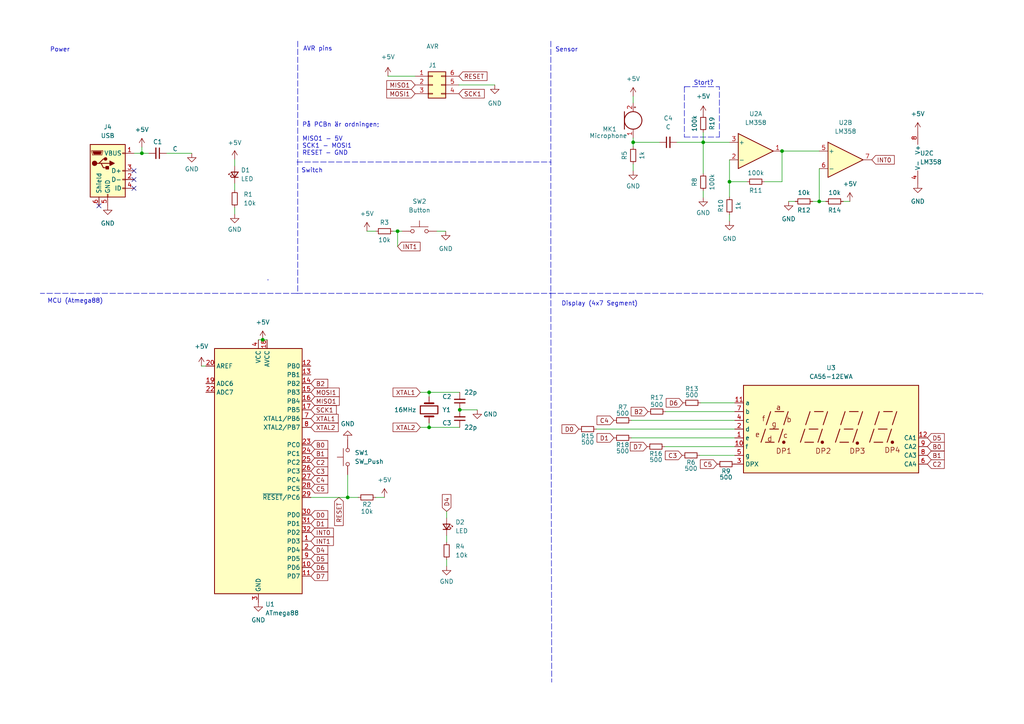
<source format=kicad_sch>
(kicad_sch (version 20211123) (generator eeschema)
  (paper "A4")
  (lib_symbols
    (symbol "Amplifier_Operational:LM358" (pin_names (offset 0.127))
      (property "Reference" "U" (at 0 5.08 0))
      (property "Value" "LM358" (at 0 -5.08 0))
      (symbol "LM358_1_1"
        (polyline (pts (xy -5.08 5.08) (xy 5.08 0) (xy -5.08 -5.08) (xy -5.08 5.08)) (stroke (width 0.254)) (fill (type background)))
        (pin output line (at 7.62 0 180) (length 2.54) (name "~") (number "1"))
        (pin input line (at -7.62 -2.54 0) (length 2.54) (name "-") (number "2"))
        (pin input line (at -7.62 2.54 0) (length 2.54) (name "+") (number "3"))
      )
      (symbol "LM358_2_1"
        (polyline (pts (xy -5.08 5.08) (xy 5.08 0) (xy -5.08 -5.08) (xy -5.08 5.08)) (stroke (width 0.254)) (fill (type background)))
        (pin input line (at -7.62 2.54 0) (length 2.54) (name "+") (number "5"))
        (pin input line (at -7.62 -2.54 0) (length 2.54) (name "-") (number "6"))
        (pin output line (at 7.62 0 180) (length 2.54) (name "~") (number "7"))
      )
      (symbol "LM358_3_1"
        (pin power_in line (at -2.54 -7.62 90) (length 3.81) (name "V-") (number "4"))
        (pin power_in line (at -2.54 7.62 270) (length 3.81) (name "V+") (number "8"))
      )
    )
    (symbol "Connector:USB_B_Mini" (pin_names (offset 1.016))
      (property "Reference" "J" (at -5.08 11.43 0))
      (property "Value" "USB_B_Mini" (at -5.08 8.89 0))
      (symbol "USB_B_Mini_0_1"
        (rectangle (start -5.08 -7.62) (end 5.08 7.62) (stroke (width 0.254)) (fill (type background)))
        (circle (center -3.81 2.159) (radius 0.635) (stroke (width 0.254)) (fill (type outline)))
        (circle (center -0.635 3.429) (radius 0.381) (stroke (width 0.254)) (fill (type outline)))
        (rectangle (start -0.127 -7.62) (end 0.127 -6.858))
        (polyline (pts (xy -1.905 2.159) (xy 0.635 2.159)) (stroke (width 0.254)))
        (polyline (pts (xy -3.175 2.159) (xy -2.54 2.159) (xy -1.27 3.429) (xy -0.635 3.429)) (stroke (width 0.254)))
        (polyline (pts (xy -2.54 2.159) (xy -1.905 2.159) (xy -1.27 0.889) (xy 0 0.889)) (stroke (width 0.254)))
        (polyline (pts (xy 0.635 2.794) (xy 0.635 1.524) (xy 1.905 2.159) (xy 0.635 2.794)) (stroke (width 0.254)) (fill (type outline)))
        (polyline (pts (xy -4.318 5.588) (xy -1.778 5.588) (xy -2.032 4.826) (xy -4.064 4.826) (xy -4.318 5.588)) (fill (type outline)))
        (polyline (pts (xy -4.699 5.842) (xy -4.699 5.588) (xy -4.445 4.826) (xy -4.445 4.572) (xy -1.651 4.572) (xy -1.651 4.826) (xy -1.397 5.588) (xy -1.397 5.842) (xy -4.699 5.842)))
        (rectangle (start 0.254 1.27) (end -0.508 0.508) (stroke (width 0.254)) (fill (type outline)))
        (rectangle (start 5.08 -5.207) (end 4.318 -4.953))
        (rectangle (start 5.08 -2.667) (end 4.318 -2.413))
        (rectangle (start 5.08 -0.127) (end 4.318 0.127))
        (rectangle (start 5.08 4.953) (end 4.318 5.207))
      )
      (symbol "USB_B_Mini_1_1"
        (pin power_out line (at 7.62 5.08 180) (length 2.54) (name "VBUS") (number "1"))
        (pin bidirectional line (at 7.62 -2.54 180) (length 2.54) (name "D-") (number "2"))
        (pin bidirectional line (at 7.62 0 180) (length 2.54) (name "D+") (number "3"))
        (pin passive line (at 7.62 -5.08 180) (length 2.54) (name "ID") (number "4"))
        (pin power_out line (at 0 -10.16 90) (length 2.54) (name "GND") (number "5"))
        (pin passive line (at -2.54 -10.16 90) (length 2.54) (name "Shield") (number "6"))
      )
    )
    (symbol "Connector_Generic:Conn_02x03_Counter_Clockwise" (pin_names (offset 1.016) hide)
      (property "Reference" "J" (at 1.27 5.08 0))
      (property "Value" "Conn_02x03_Counter_Clockwise" (at 1.27 -5.08 0))
      (symbol "Conn_02x03_Counter_Clockwise_1_1"
        (rectangle (start -1.27 -2.413) (end 0 -2.667) (stroke (width 0.1524)))
        (rectangle (start -1.27 0.127) (end 0 -0.127) (stroke (width 0.1524)))
        (rectangle (start -1.27 2.667) (end 0 2.413) (stroke (width 0.1524)))
        (rectangle (start -1.27 3.81) (end 3.81 -3.81) (stroke (width 0.254)) (fill (type background)))
        (rectangle (start 3.81 -2.413) (end 2.54 -2.667) (stroke (width 0.1524)))
        (rectangle (start 3.81 0.127) (end 2.54 -0.127) (stroke (width 0.1524)))
        (rectangle (start 3.81 2.667) (end 2.54 2.413) (stroke (width 0.1524)))
        (pin passive line (at -5.08 2.54 0) (length 3.81) (name "Pin_1") (number "1"))
        (pin passive line (at -5.08 0 0) (length 3.81) (name "Pin_2") (number "2"))
        (pin passive line (at -5.08 -2.54 0) (length 3.81) (name "Pin_3") (number "3"))
        (pin passive line (at 7.62 -2.54 180) (length 3.81) (name "Pin_4") (number "4"))
        (pin passive line (at 7.62 0 180) (length 3.81) (name "Pin_5") (number "5"))
        (pin passive line (at 7.62 2.54 180) (length 3.81) (name "Pin_6") (number "6"))
      )
    )
    (symbol "Device:C_Small" (pin_numbers hide) (pin_names (offset 0.254) hide)
      (property "Reference" "C" (at 0.254 1.778 0))
      (property "Value" "C_Small" (at 0.254 -2.032 0))
      (symbol "C_Small_0_1"
        (polyline (pts (xy -1.524 -0.508) (xy 1.524 -0.508)) (stroke (width 0.3302)))
        (polyline (pts (xy -1.524 0.508) (xy 1.524 0.508)) (stroke (width 0.3048)))
      )
      (symbol "C_Small_1_1"
        (pin passive line (at 0 2.54 270) (length 2.032) (name "~") (number "1"))
        (pin passive line (at 0 -2.54 90) (length 2.032) (name "~") (number "2"))
      )
    )
    (symbol "Device:Crystal" (pin_numbers hide) (pin_names (offset 1.016) hide)
      (property "Reference" "Y" (at 0 3.81 0))
      (property "Value" "Crystal" (at 0 -3.81 0))
      (symbol "Crystal_0_1"
        (rectangle (start -1.143 2.54) (end 1.143 -2.54) (stroke (width 0.3048)))
        (polyline (pts (xy -2.54 0) (xy -1.905 0)))
        (polyline (pts (xy -1.905 -1.27) (xy -1.905 1.27)) (stroke (width 0.508)))
        (polyline (pts (xy 1.905 -1.27) (xy 1.905 1.27)) (stroke (width 0.508)))
        (polyline (pts (xy 2.54 0) (xy 1.905 0)))
      )
      (symbol "Crystal_1_1"
        (pin passive line (at -3.81 0 0) (length 1.27) (name "1") (number "1"))
        (pin passive line (at 3.81 0 180) (length 1.27) (name "2") (number "2"))
      )
    )
    (symbol "Device:LED_Small" (pin_numbers hide) (pin_names (offset 0.254) hide)
      (property "Reference" "D" (at -1.27 3.175 0))
      (property "Value" "LED_Small" (at -4.445 -2.54 0))
      (symbol "LED_Small_0_1"
        (polyline (pts (xy -0.762 -1.016) (xy -0.762 1.016)) (stroke (width 0.254)))
        (polyline (pts (xy 1.016 0) (xy -0.762 0)))
        (polyline (pts (xy 0.762 -1.016) (xy -0.762 0) (xy 0.762 1.016) (xy 0.762 -1.016)) (stroke (width 0.254)))
        (polyline (pts (xy 0 0.762) (xy -0.508 1.27) (xy -0.254 1.27) (xy -0.508 1.27) (xy -0.508 1.016)))
        (polyline (pts (xy 0.508 1.27) (xy 0 1.778) (xy 0.254 1.778) (xy 0 1.778) (xy 0 1.524)))
      )
      (symbol "LED_Small_1_1"
        (pin passive line (at -2.54 0 0) (length 1.778) (name "K") (number "1"))
        (pin passive line (at 2.54 0 180) (length 1.778) (name "A") (number "2"))
      )
    )
    (symbol "Device:Microphone" (pin_names (offset 0.0254) hide)
      (property "Reference" "MK" (at -3.81 1.27 0))
      (property "Value" "Microphone" (at -3.81 -0.635 0))
      (symbol "Microphone_0_1"
        (polyline (pts (xy -2.54 2.54) (xy -2.54 -2.54)) (stroke (width 0.254)))
        (polyline (pts (xy 0.254 3.81) (xy 0.762 3.81)))
        (polyline (pts (xy 0.508 4.064) (xy 0.508 3.556)))
        (circle (center 0 0) (radius 2.54) (stroke (width 0.254)))
      )
      (symbol "Microphone_1_1"
        (pin passive line (at 0 -5.08 90) (length 2.54) (name "-") (number "1"))
        (pin passive line (at 0 5.08 270) (length 2.54) (name "+") (number "2"))
      )
    )
    (symbol "Device:R_Small" (pin_numbers hide) (pin_names (offset 0.254) hide)
      (property "Reference" "R" (at 0.762 0.508 0))
      (property "Value" "R_Small" (at 0.762 -1.016 0))
      (symbol "R_Small_0_1"
        (rectangle (start -0.762 1.778) (end 0.762 -1.778) (stroke (width 0.2032)))
      )
      (symbol "R_Small_1_1"
        (pin passive line (at 0 2.54 270) (length 0.762) (name "~") (number "1"))
        (pin passive line (at 0 -2.54 90) (length 0.762) (name "~") (number "2"))
      )
    )
    (symbol "Display_Character:CA56-12EWA"
      (property "Reference" "U" (at -24.13 13.97 0))
      (property "Value" "CA56-12EWA" (at 19.05 13.97 0))
      (symbol "CA56-12EWA_0_0"
        (rectangle (start -25.4 12.7) (end 25.4 -12.7) (stroke (width 0.254)) (fill (type background)))
        (polyline (pts (xy -20.32 -3.81) (xy -19.05 0)) (stroke (width 0.254)))
        (polyline (pts (xy -19.05 -3.81) (xy -16.51 -3.81)) (stroke (width 0.254)))
        (polyline (pts (xy -18.796 1.27) (xy -17.526 5.08)) (stroke (width 0.254)))
        (polyline (pts (xy -17.78 0) (xy -15.24 0)) (stroke (width 0.254)))
        (polyline (pts (xy -16.256 5.08) (xy -13.716 5.08)) (stroke (width 0.254)))
        (polyline (pts (xy -15.24 -3.81) (xy -13.97 0)) (stroke (width 0.254)))
        (polyline (pts (xy -13.716 1.27) (xy -12.446 5.08)) (stroke (width 0.254)))
        (polyline (pts (xy -8.89 -3.81) (xy -7.62 0)) (stroke (width 0.254)))
        (polyline (pts (xy -7.62 -3.81) (xy -5.08 -3.81)) (stroke (width 0.254)))
        (polyline (pts (xy -7.366 1.27) (xy -6.096 5.08)) (stroke (width 0.254)))
        (polyline (pts (xy -6.35 0) (xy -3.81 0)) (stroke (width 0.254)))
        (polyline (pts (xy -4.826 5.08) (xy -2.286 5.08)) (stroke (width 0.254)))
        (polyline (pts (xy -3.81 -3.81) (xy -2.54 0)) (stroke (width 0.254)))
        (polyline (pts (xy -2.286 1.27) (xy -1.016 5.08)) (stroke (width 0.254)))
        (polyline (pts (xy 1.27 -3.81) (xy 2.54 0)) (stroke (width 0.254)))
        (polyline (pts (xy 2.54 -3.81) (xy 5.08 -3.81)) (stroke (width 0.254)))
        (polyline (pts (xy 2.794 1.27) (xy 4.064 5.08)) (stroke (width 0.254)))
        (polyline (pts (xy 3.81 0) (xy 6.35 0)) (stroke (width 0.254)))
        (polyline (pts (xy 5.334 5.08) (xy 7.874 5.08)) (stroke (width 0.254)))
        (polyline (pts (xy 6.35 -3.81) (xy 7.62 0)) (stroke (width 0.254)))
        (polyline (pts (xy 7.874 1.27) (xy 9.144 5.08)) (stroke (width 0.254)))
        (polyline (pts (xy 11.176 -3.81) (xy 12.446 0)) (stroke (width 0.254)))
        (polyline (pts (xy 12.446 -3.81) (xy 14.986 -3.81)) (stroke (width 0.254)))
        (polyline (pts (xy 12.7 1.27) (xy 13.97 5.08)) (stroke (width 0.254)))
        (polyline (pts (xy 13.716 0) (xy 16.256 0)) (stroke (width 0.254)))
        (polyline (pts (xy 15.24 5.08) (xy 17.78 5.08)) (stroke (width 0.254)))
        (polyline (pts (xy 16.256 -3.81) (xy 17.526 0)) (stroke (width 0.254)))
        (polyline (pts (xy 17.78 1.27) (xy 19.05 5.08)) (stroke (width 0.254)))
        (text "a" (at -15.24 6.35 0) (effects (font (size 1.524 1.524))))
        (text "b" (at -12.192 2.794 0) (effects (font (size 1.524 1.524))))
        (text "c" (at -13.208 -1.778 0) (effects (font (size 1.524 1.524))))
        (text "d" (at -17.78 -2.794 0) (effects (font (size 1.524 1.524))))
        (text "DP1" (at -13.716 -6.35 0) (effects (font (size 1.524 1.524))))
        (text "DP2" (at -2.286 -6.35 0) (effects (font (size 1.524 1.524))))
        (text "DP3" (at 7.62 -6.35 0) (effects (font (size 1.524 1.524))))
        (text "DP4" (at 17.78 -6.096 0) (effects (font (size 1.524 1.524))))
        (text "e" (at -21.336 -1.524 0) (effects (font (size 1.524 1.524))))
        (text "f" (at -19.558 3.048 0) (effects (font (size 1.524 1.524))))
        (text "g" (at -16.51 1.524 0) (effects (font (size 1.524 1.524))))
      )
      (symbol "CA56-12EWA_0_1"
        (circle (center -13.716 -3.81) (radius 0.3556) (stroke (width 0.254)) (fill (type outline)))
        (circle (center -2.54 -3.81) (radius 0.3556) (stroke (width 0.254)) (fill (type outline)))
      )
      (symbol "CA56-12EWA_1_0"
        (circle (center 7.62 -4.064) (radius 0.3556) (stroke (width 0.254)) (fill (type outline)))
        (circle (center 17.78 -3.81) (radius 0.3556) (stroke (width 0.254)) (fill (type outline)))
      )
      (symbol "CA56-12EWA_1_1"
        (pin input line (at -27.94 -2.54 0) (length 2.54) (name "e") (number "1"))
        (pin input line (at -27.94 -5.08 0) (length 2.54) (name "f") (number "10"))
        (pin input line (at -27.94 7.62 0) (length 2.54) (name "a") (number "11"))
        (pin input line (at 27.94 -2.54 180) (length 2.54) (name "CA1") (number "12"))
        (pin input line (at -27.94 0 0) (length 2.54) (name "d") (number "2"))
        (pin input line (at -27.94 -10.16 0) (length 2.54) (name "DPX") (number "3"))
        (pin input line (at -27.94 2.54 0) (length 2.54) (name "c") (number "4"))
        (pin input line (at -27.94 -7.62 0) (length 2.54) (name "g") (number "5"))
        (pin input line (at 27.94 -10.16 180) (length 2.54) (name "CA4") (number "6"))
        (pin input line (at -27.94 5.08 0) (length 2.54) (name "b") (number "7"))
        (pin input line (at 27.94 -7.62 180) (length 2.54) (name "CA3") (number "8"))
        (pin input line (at 27.94 -5.08 180) (length 2.54) (name "CA2") (number "9"))
      )
    )
    (symbol "MCU_Microchip_ATmega:ATmega88-20A"
      (property "Reference" "U" (at -12.7 36.83 0))
      (property "Value" "ATmega88-20A" (at 2.54 -36.83 0))
      (symbol "ATmega88-20A_0_1"
        (rectangle (start -12.7 -35.56) (end 12.7 35.56) (stroke (width 0.254)) (fill (type background)))
      )
      (symbol "ATmega88-20A_1_1"
        (pin bidirectional line (at 15.24 -20.32 180) (length 2.54) (name "PD3") (number "1"))
        (pin bidirectional line (at 15.24 -27.94 180) (length 2.54) (name "PD6") (number "10"))
        (pin bidirectional line (at 15.24 -30.48 180) (length 2.54) (name "PD7") (number "11"))
        (pin bidirectional line (at 15.24 30.48 180) (length 2.54) (name "PB0") (number "12"))
        (pin bidirectional line (at 15.24 27.94 180) (length 2.54) (name "PB1") (number "13"))
        (pin bidirectional line (at 15.24 25.4 180) (length 2.54) (name "PB2") (number "14"))
        (pin bidirectional line (at 15.24 22.86 180) (length 2.54) (name "PB3") (number "15"))
        (pin bidirectional line (at 15.24 20.32 180) (length 2.54) (name "PB4") (number "16"))
        (pin bidirectional line (at 15.24 17.78 180) (length 2.54) (name "PB5") (number "17"))
        (pin power_in line (at 2.54 38.1 270) (length 2.54) (name "AVCC") (number "18"))
        (pin input line (at -15.24 25.4 0) (length 2.54) (name "ADC6") (number "19"))
        (pin bidirectional line (at 15.24 -22.86 180) (length 2.54) (name "PD4") (number "2"))
        (pin passive line (at -15.24 30.48 0) (length 2.54) (name "AREF") (number "20"))
        (pin passive line (at 0 -38.1 90) (length 2.54) hide (name "GND") (number "21"))
        (pin input line (at -15.24 22.86 0) (length 2.54) (name "ADC7") (number "22"))
        (pin bidirectional line (at 15.24 7.62 180) (length 2.54) (name "PC0") (number "23"))
        (pin bidirectional line (at 15.24 5.08 180) (length 2.54) (name "PC1") (number "24"))
        (pin bidirectional line (at 15.24 2.54 180) (length 2.54) (name "PC2") (number "25"))
        (pin bidirectional line (at 15.24 0 180) (length 2.54) (name "PC3") (number "26"))
        (pin bidirectional line (at 15.24 -2.54 180) (length 2.54) (name "PC4") (number "27"))
        (pin bidirectional line (at 15.24 -5.08 180) (length 2.54) (name "PC5") (number "28"))
        (pin bidirectional line (at 15.24 -7.62 180) (length 2.54) (name "~{RESET}/PC6") (number "29"))
        (pin power_in line (at 0 -38.1 90) (length 2.54) (name "GND") (number "3"))
        (pin bidirectional line (at 15.24 -12.7 180) (length 2.54) (name "PD0") (number "30"))
        (pin bidirectional line (at 15.24 -15.24 180) (length 2.54) (name "PD1") (number "31"))
        (pin bidirectional line (at 15.24 -17.78 180) (length 2.54) (name "PD2") (number "32"))
        (pin power_in line (at 0 38.1 270) (length 2.54) (name "VCC") (number "4"))
        (pin passive line (at 0 -38.1 90) (length 2.54) hide (name "GND") (number "5"))
        (pin passive line (at 0 38.1 270) (length 2.54) hide (name "VCC") (number "6"))
        (pin bidirectional line (at 15.24 15.24 180) (length 2.54) (name "XTAL1/PB6") (number "7"))
        (pin bidirectional line (at 15.24 12.7 180) (length 2.54) (name "XTAL2/PB7") (number "8"))
        (pin bidirectional line (at 15.24 -25.4 180) (length 2.54) (name "PD5") (number "9"))
      )
    )
    (symbol "Mechanical:Housing" (pin_names (offset 1.016))
      (property "Reference" "N" (at 3.81 0 0))
      (property "Value" "Housing" (at 3.81 -1.905 0))
      (symbol "Housing_0_1"
        (rectangle (start -5.08 -0.635) (end -1.27 -1.905))
        (circle (center -4.445 -3.175) (radius 0.635) (fill (type outline)))
        (circle (center -1.905 -3.175) (radius 0.635) (fill (type outline)))
        (polyline (pts (xy -4.5212 -1.5748) (xy -4.4704 -1.3716)))
        (polyline (pts (xy -4.4196 -1.6764) (xy -4.064 -1.6764)))
        (polyline (pts (xy -4.4196 -1.2192) (xy -4.3688 -0.9652)))
        (polyline (pts (xy -4.318 -1.3208) (xy -4.0132 -1.3208)))
        (polyline (pts (xy -4.2164 -0.9144) (xy -3.9116 -0.9144)))
        (polyline (pts (xy -3.9116 -1.6256) (xy -3.8608 -1.3716)))
        (polyline (pts (xy -3.81 -1.2192) (xy -3.7592 -0.9652)))
        (polyline (pts (xy -3.6068 -1.5748) (xy -3.556 -1.3716)))
        (polyline (pts (xy -3.5052 -1.6764) (xy -3.1496 -1.6764)))
        (polyline (pts (xy -3.5052 -1.2192) (xy -3.4544 -0.9652)))
        (polyline (pts (xy -3.4036 -1.3208) (xy -3.0988 -1.3208)))
        (polyline (pts (xy -3.302 -0.9144) (xy -2.9972 -0.9144)))
        (polyline (pts (xy -2.9972 -1.6256) (xy -2.9464 -1.3716)))
        (polyline (pts (xy -2.8956 -1.2192) (xy -2.8448 -0.9652)))
        (polyline (pts (xy -2.6924 -1.5748) (xy -2.6416 -1.3716)))
        (polyline (pts (xy -2.5908 -1.6764) (xy -2.2352 -1.6764)))
        (polyline (pts (xy -2.5908 -1.2192) (xy -2.54 -0.9652)))
        (polyline (pts (xy -2.4892 -1.3208) (xy -2.1844 -1.3208)))
        (polyline (pts (xy -2.3876 -0.9144) (xy -2.0828 -0.9144)))
        (polyline (pts (xy -2.0828 -1.6256) (xy -2.032 -1.3716)))
        (polyline (pts (xy -1.9812 -1.2192) (xy -1.9304 -0.9652)))
        (polyline (pts (xy -0.635 0) (xy -0.635 -4.445)))
        (polyline (pts (xy -5.715 0) (xy -0.635 0) (xy 3.175 3.81)))
        (polyline (pts (xy -5.715 0) (xy -5.715 -4.445) (xy -0.635 -4.445) (xy 3.175 -0.635) (xy 3.175 3.81) (xy -1.905 3.81) (xy -5.715 0)) (fill (type background)))
      )
    )
    (symbol "Switch:SW_Push" (pin_numbers hide) (pin_names (offset 1.016) hide)
      (property "Reference" "SW" (at 1.27 2.54 0))
      (property "Value" "SW_Push" (at 0 -1.524 0))
      (symbol "SW_Push_0_1"
        (circle (center -2.032 0) (radius 0.508))
        (polyline (pts (xy 0 1.27) (xy 0 3.048)))
        (polyline (pts (xy 2.54 1.27) (xy -2.54 1.27)))
        (circle (center 2.032 0) (radius 0.508))
        (pin passive line (at -5.08 0 0) (length 2.54) (name "1") (number "1"))
        (pin passive line (at 5.08 0 180) (length 2.54) (name "2") (number "2"))
      )
    )
    (symbol "power:+5V" (power) (pin_names (offset 0))
      (property "Value" "+5V" (at 0 3.556 0))
      (symbol "+5V_0_1"
        (polyline (pts (xy -0.762 1.27) (xy 0 2.54)))
        (polyline (pts (xy 0 0) (xy 0 2.54)))
        (polyline (pts (xy 0 2.54) (xy 0.762 1.27)))
      )
      (symbol "+5V_1_1"
        (pin power_in line (at 0 0 90) (length 0) hide (name "+5V") (number "1"))
      )
    )
    (symbol "power:GND" (power) (pin_names (offset 0))
      (property "Value" "GND" (at 0 -3.81 0))
      (symbol "GND_0_1"
        (polyline (pts (xy 0 0) (xy 0 -1.27) (xy 1.27 -1.27) (xy 0 -2.54) (xy -1.27 -1.27) (xy 0 -1.27)))
      )
      (symbol "GND_1_1"
        (pin power_in line (at 0 0 270) (length 0) hide (name "GND") (number "1"))
      )
    )
  )
  (junction (at 226.822 43.815))
  (junction (at 183.642 41.275))
  (junction (at 100.838 144.272))
  (junction (at 115.316 67.056))
  (junction (at 211.582 52.705))
  (junction (at 76.2 98.552))
  (junction (at 124.46 123.952))
  (junction (at 41.148 44.45))
  (junction (at 124.46 113.792))
  (junction (at 133.35 118.872))
  (junction (at 203.962 41.275))
  (junction (at 237.617 58.42))
  (no_connect (at 38.862 49.53))
  (no_connect (at 28.702 59.69))
  (no_connect (at 38.862 52.07))
  (no_connect (at 38.862 54.61))
  (polyline (pts (xy 86.106 85.09) (xy 11.684 85.09)))
  (wire (pts (xy 203.962 55.372) (xy 203.962 57.277)))
  (wire (pts (xy 183.134 127) (xy 213.106 127)))
  (polyline (pts (xy 86.36 11.938) (xy 86.36 85.09)))
  (wire (pts (xy 68.072 46.228) (xy 68.072 48.133)))
  (polyline (pts (xy 198.501 39.751) (xy 208.661 39.751)))
  (wire (pts (xy 183.642 41.275) (xy 183.642 42.545)))
  (wire (pts (xy 41.148 42.672) (xy 41.148 44.45)))
  (wire (pts (xy 133.35 118.872) (xy 138.43 118.872)))
  (wire (pts (xy 106.426 67.056) (xy 108.966 67.056)))
  (wire (pts (xy 226.822 43.815) (xy 226.822 52.705)))
  (wire (pts (xy 230.632 58.42) (xy 228.727 58.42)))
  (wire (pts (xy 68.072 53.213) (xy 68.072 55.118)))
  (wire (pts (xy 74.93 98.552) (xy 76.2 98.552)))
  (wire (pts (xy 211.582 52.705) (xy 216.662 52.705)))
  (polyline (pts (xy 198.501 25.146) (xy 208.661 25.146)))
  (wire (pts (xy 76.2 98.552) (xy 77.47 98.552)))
  (wire (pts (xy 226.822 52.705) (xy 221.742 52.705)))
  (wire (pts (xy 124.46 122.682) (xy 124.46 123.952)))
  (wire (pts (xy 129.54 162.306) (xy 129.54 164.211)))
  (wire (pts (xy 38.862 44.45) (xy 41.148 44.45)))
  (wire (pts (xy 183.134 121.92) (xy 213.106 121.92)))
  (wire (pts (xy 203.2 116.84) (xy 213.106 116.84)))
  (wire (pts (xy 124.46 123.952) (xy 133.35 123.952)))
  (wire (pts (xy 108.966 144.272) (xy 111.506 144.272)))
  (polyline (pts (xy 284.988 85.09) (xy 284.988 85.344)))
  (wire (pts (xy 115.316 67.056) (xy 116.586 67.056)))
  (polyline (pts (xy 86.106 46.99) (xy 159.766 46.99)))
  (wire (pts (xy 183.642 40.005) (xy 183.642 41.275)))
  (wire (pts (xy 202.946 132.08) (xy 213.106 132.08)))
  (polyline (pts (xy 159.766 84.836) (xy 160.02 197.866)))
  (wire (pts (xy 183.642 27.94) (xy 183.642 29.845)))
  (wire (pts (xy 129.54 148.336) (xy 129.54 150.241)))
  (polyline (pts (xy 159.766 11.938) (xy 159.766 85.09)))
  (wire (pts (xy 121.92 123.952) (xy 124.46 123.952)))
  (wire (pts (xy 121.92 113.792) (xy 124.46 113.792)))
  (wire (pts (xy 211.582 46.355) (xy 211.582 52.705)))
  (wire (pts (xy 126.746 67.056) (xy 129.286 67.056)))
  (wire (pts (xy 41.148 44.45) (xy 43.18 44.45)))
  (wire (pts (xy 100.838 137.668) (xy 100.838 144.272)))
  (wire (pts (xy 112.522 22.098) (xy 120.396 22.098)))
  (wire (pts (xy 235.712 58.42) (xy 237.617 58.42)))
  (wire (pts (xy 211.582 62.23) (xy 211.582 64.135)))
  (polyline (pts (xy 159.512 85.09) (xy 284.988 85.09)))
  (wire (pts (xy 237.617 48.895) (xy 237.617 58.42)))
  (polyline (pts (xy 208.661 39.751) (xy 208.661 25.146)))
  (wire (pts (xy 203.962 41.275) (xy 203.962 50.292)))
  (polyline (pts (xy 86.106 85.09) (xy 159.766 85.09)))
  (polyline (pts (xy 198.501 25.146) (xy 198.501 39.751)))
  (wire (pts (xy 48.26 44.45) (xy 55.626 44.45)))
  (polyline (pts (xy 159.766 46.99) (xy 159.766 47.244)))
  (polyline (pts (xy 77.724 81.026) (xy 77.724 81.28)))
  (wire (pts (xy 100.838 144.272) (xy 103.886 144.272)))
  (wire (pts (xy 183.642 47.625) (xy 183.642 49.53)))
  (wire (pts (xy 244.602 58.42) (xy 246.507 58.42)))
  (wire (pts (xy 193.04 119.38) (xy 213.106 119.38)))
  (wire (pts (xy 133.096 24.638) (xy 143.51 24.638)))
  (wire (pts (xy 129.54 155.321) (xy 129.54 157.226)))
  (wire (pts (xy 192.786 129.54) (xy 213.106 129.54)))
  (polyline (pts (xy 198.628 25.146) (xy 198.628 25.273)))
  (wire (pts (xy 211.582 52.705) (xy 211.582 57.15)))
  (wire (pts (xy 124.46 115.062) (xy 124.46 113.792)))
  (wire (pts (xy 124.46 113.792) (xy 133.35 113.792)))
  (wire (pts (xy 115.316 67.056) (xy 115.316 71.501)))
  (wire (pts (xy 237.617 58.42) (xy 239.522 58.42)))
  (wire (pts (xy 203.962 38.354) (xy 203.962 41.275)))
  (wire (pts (xy 114.046 67.056) (xy 115.316 67.056)))
  (wire (pts (xy 172.974 124.46) (xy 213.106 124.46)))
  (wire (pts (xy 90.17 144.272) (xy 100.838 144.272)))
  (wire (pts (xy 58.42 106.172) (xy 59.69 106.172)))
  (wire (pts (xy 226.822 43.815) (xy 237.617 43.815)))
  (wire (pts (xy 183.642 41.275) (xy 191.262 41.275)))
  (wire (pts (xy 196.342 41.275) (xy 203.962 41.275)))
  (wire (pts (xy 203.962 41.275) (xy 211.582 41.275)))
  (wire (pts (xy 68.072 60.198) (xy 68.072 62.103)))
  (text "Display (4x7 Segment)" (at 162.814 88.9 0) (effects (font (size 1.27 1.27)) (justify left bottom)))
  (text "Sensor" (at 161.036 15.24 0) (effects (font (size 1.27 1.27)) (justify left bottom)))
  (text "Switch" (at 87.376 50.292 0) (effects (font (size 1.27 1.27)) (justify left bottom)))
  (text "AVR pins\n" (at 87.884 14.986 0) (effects (font (size 1.27 1.27)) (justify left bottom)))
  (text "MCU (Atmega88)" (at 13.716 88.138 0) (effects (font (size 1.27 1.27)) (justify left bottom)))
  (text "Power\n" (at 14.478 15.24 0) (effects (font (size 1.27 1.27)) (justify left bottom)))
  (text "Stort?" (at 201.168 24.892 0) (effects (font (size 1.27 1.27)) (justify left bottom)))
  (text "På PCBn är ordningen;\n\nMISO1 - 5V\nSCK1 - MOSI1\nRESET - GND" (at 87.63 45.212 0) (effects (font (size 1.27 1.27)) (justify left bottom)))
  (global_label "XTAL1" (shape input) (at 90.17 121.412 0) (property "Intersheet References" "${INTERSHEET_REFS}" (effects hide)))
  (global_label "RESET" (shape input) (at 133.096 22.098 0) (property "Intersheet References" "${INTERSHEET_REFS}" (effects hide)))
  (global_label "MISO1" (shape input) (at 90.17 116.332 0) (property "Intersheet References" "${INTERSHEET_REFS}" (effects hide)))
  (global_label "SCK1" (shape input) (at 90.17 118.872 0) (property "Intersheet References" "${INTERSHEET_REFS}" (effects hide)))
  (global_label "INT0" (shape input) (at 252.857 46.355 0) (property "Intersheet References" "${INTERSHEET_REFS}" (effects hide)))
  (global_label "INT1" (shape input) (at 90.17 156.972 0) (property "Intersheet References" "${INTERSHEET_REFS}" (effects hide)))
  (global_label "D6" (shape input) (at 90.17 164.592 0) (property "Intersheet References" "${INTERSHEET_REFS}" (effects hide)))
  (global_label "D7" (shape input) (at 90.17 167.132 0) (property "Intersheet References" "${INTERSHEET_REFS}" (effects hide)))
  (global_label "D1" (shape input) (at 90.17 151.892 0) (property "Intersheet References" "${INTERSHEET_REFS}" (effects hide)))
  (global_label "XTAL2" (shape input) (at 121.92 123.952 180) (property "Intersheet References" "${INTERSHEET_REFS}" (effects hide)))
  (global_label "C3" (shape input) (at 197.866 132.08 180) (property "Intersheet References" "${INTERSHEET_REFS}" (effects hide)))
  (global_label "D5" (shape input) (at 90.17 162.052 0) (property "Intersheet References" "${INTERSHEET_REFS}" (effects hide)))
  (global_label "D1" (shape input) (at 178.054 127 180) (property "Intersheet References" "${INTERSHEET_REFS}" (effects hide)))
  (global_label "MOSI1" (shape input) (at 90.17 113.792 0) (property "Intersheet References" "${INTERSHEET_REFS}" (effects hide)))
  (global_label "MISO1" (shape input) (at 120.396 24.638 180) (property "Intersheet References" "${INTERSHEET_REFS}" (effects hide)))
  (global_label "B2" (shape input) (at 187.96 119.38 180) (property "Intersheet References" "${INTERSHEET_REFS}" (effects hide)))
  (global_label "C2" (shape input) (at 90.17 134.112 0) (property "Intersheet References" "${INTERSHEET_REFS}" (effects hide)))
  (global_label "D4" (shape input) (at 90.17 159.512 0) (property "Intersheet References" "${INTERSHEET_REFS}" (effects hide)))
  (global_label "INT1" (shape input) (at 115.316 71.501 0) (property "Intersheet References" "${INTERSHEET_REFS}" (effects hide)))
  (global_label "C3" (shape input) (at 90.17 136.652 0) (property "Intersheet References" "${INTERSHEET_REFS}" (effects hide)))
  (global_label "XTAL1" (shape input) (at 121.92 113.792 180) (property "Intersheet References" "${INTERSHEET_REFS}" (effects hide)))
  (global_label "B2" (shape input) (at 90.17 111.252 0) (property "Intersheet References" "${INTERSHEET_REFS}" (effects hide)))
  (global_label "D0" (shape input) (at 90.17 149.352 0) (property "Intersheet References" "${INTERSHEET_REFS}" (effects hide)))
  (global_label "D6" (shape input) (at 198.12 116.84 180) (property "Intersheet References" "${INTERSHEET_REFS}" (effects hide)))
  (global_label "B0" (shape input) (at 90.17 129.032 0) (property "Intersheet References" "${INTERSHEET_REFS}" (effects hide)))
  (global_label "D0" (shape input) (at 167.894 124.46 180) (property "Intersheet References" "${INTERSHEET_REFS}" (effects hide)))
  (global_label "XTAL2" (shape input) (at 90.17 123.952 0) (property "Intersheet References" "${INTERSHEET_REFS}" (effects hide)))
  (global_label "C5" (shape input) (at 90.17 141.732 0) (property "Intersheet References" "${INTERSHEET_REFS}" (effects hide)))
  (global_label "C4" (shape input) (at 90.17 139.192 0) (property "Intersheet References" "${INTERSHEET_REFS}" (effects hide)))
  (global_label "SCK1" (shape input) (at 133.096 27.178 0) (property "Intersheet References" "${INTERSHEET_REFS}" (effects hide)))
  (global_label "D4" (shape input) (at 129.54 148.336 90) (property "Intersheet References" "${INTERSHEET_REFS}" (effects hide)))
  (global_label "C4" (shape input) (at 178.054 121.92 180) (property "Intersheet References" "${INTERSHEET_REFS}" (effects hide)))
  (global_label "B1" (shape input) (at 90.17 131.572 0) (property "Intersheet References" "${INTERSHEET_REFS}" (effects hide)))
  (global_label "B0" (shape input) (at 268.986 129.54 0) (property "Intersheet References" "${INTERSHEET_REFS}" (effects hide)))
  (global_label "B1" (shape input) (at 268.986 132.08 0) (property "Intersheet References" "${INTERSHEET_REFS}" (effects hide)))
  (global_label "RESET" (shape input) (at 98.298 144.272 270) (property "Intersheet References" "${INTERSHEET_REFS}" (effects hide)))
  (global_label "C5" (shape input) (at 208.026 134.62 180) (property "Intersheet References" "${INTERSHEET_REFS}" (effects hide)))
  (global_label "C2" (shape input) (at 268.986 134.62 0) (property "Intersheet References" "${INTERSHEET_REFS}" (effects hide)))
  (global_label "INT0" (shape input) (at 90.17 154.432 0) (property "Intersheet References" "${INTERSHEET_REFS}" (effects hide)))
  (global_label "D7" (shape input) (at 187.706 129.54 180) (property "Intersheet References" "${INTERSHEET_REFS}" (effects hide)))
  (global_label "MOSI1" (shape input) (at 120.396 27.178 180) (property "Intersheet References" "${INTERSHEET_REFS}" (effects hide)))
  (global_label "D5" (shape input) (at 268.986 127 0) (property "Intersheet References" "${INTERSHEET_REFS}" (effects hide)))
  (symbol (lib_id "power:+5V") (at 112.522 22.098 0) (unit 1)
    (property "Reference" "#PWR0119" (effects hide))
    (property "Value" "+5V" (at 112.522 16.51 0))
  )
  (symbol (lib_id "power:GND") (at 74.93 174.752 0) (unit 1)
    (property "Reference" "#PWR0107" (effects hide))
    (property "Value" "GND" (at 74.93 179.832 0))
  )
  (symbol (lib_id "power:+5V") (at 111.506 144.272 0) (unit 1)
    (property "Reference" "#PWR0122" (effects hide))
    (property "Value" "+5V" (at 111.506 139.192 0))
  )
  (symbol (lib_id "Device:R_Small") (at 200.66 116.84 90) (unit 1)
    (property "Reference" "R13" (at 200.66 112.776 90))
    (property "Value" "500" (at 200.66 114.554 90))
    (property "Footprint" "Resistor_SMD:R_0603_1608Metric" (effects hide))
  )
  (symbol (lib_id "Connector:USB_B_Mini") (at 31.242 49.53 0) (unit 1)
    (property "Reference" "J4" (at 31.242 36.83 0))
    (property "Value" "USB" (at 31.242 39.37 0))
    (property "Footprint" "Connector_USB:USB_Mini-B_Lumberg_2486_01_Horizontal" (effects hide))
  )
  (symbol (lib_id "Device:C_Small") (at 193.802 41.275 90) (unit 1)
    (property "Reference" "C4" (at 193.8083 34.29 90))
    (property "Value" "C" (at 193.8083 36.83 90))
    (property "Footprint" "Capacitor_SMD:C_0603_1608Metric" (effects hide))
  )
  (symbol (lib_id "Mechanical:Housing") (at 7.112 225.171 0) (unit 1)
    (property "Reference" "N1" (at 11.43 224.2184 0) (effects (justify left)))
    (property "Value" "microphone" (at 11.43 226.7584 0) (effects (justify left)))
    (property "Footprint" "Symbol:Symbol_CC-PublicDomain_CopperTop_Small" (effects hide))
  )
  (symbol (lib_id "Amplifier_Operational:LM358") (at 219.202 43.815 0) (unit 1)
    (property "Reference" "U2" (at 219.202 33.02 0))
    (property "Value" "LM358" (at 219.202 35.56 0))
    (property "Footprint" "Package_SO:SOIC-8-1EP_3.9x4.9mm_P1.27mm_EP2.29x3mm" (effects hide))
    (property "Datasheet" "http://www.ti.com/lit/ds/symlink/lm2904-n.pdf" (effects hide))
  )
  (symbol (lib_id "Device:R_Small") (at 203.962 52.832 180) (unit 1)
    (property "Reference" "R8" (at 201.422 52.832 90))
    (property "Value" "100k" (at 206.502 52.832 90))
    (property "Footprint" "Resistor_SMD:R_0603_1608Metric" (effects hide))
  )
  (symbol (lib_id "power:GND") (at 143.51 24.638 0) (unit 1)
    (property "Reference" "#PWR0117" (effects hide))
    (property "Value" "GND" (at 143.51 29.972 0))
  )
  (symbol (lib_id "Device:R_Small") (at 233.172 58.42 270) (unit 1)
    (property "Reference" "R12" (at 233.172 60.96 90))
    (property "Value" "10k" (at 233.172 55.88 90))
    (property "Footprint" "Resistor_SMD:R_0603_1608Metric" (effects hide))
  )
  (symbol (lib_id "Device:LED_Small") (at 129.54 152.781 270) (mirror x) (unit 1)
    (property "Reference" "D2" (at 132.08 151.4474 90) (effects (justify left)))
    (property "Value" "LED" (at 132.08 153.9874 90) (effects (justify left)))
    (property "Footprint" "LED_SMD:LED_0603_1608Metric" (effects hide))
  )
  (symbol (lib_id "Amplifier_Operational:LM358") (at 268.732 45.72 0) (unit 3)
    (property "Reference" "U2" (at 266.827 44.4499 0) (effects (justify left)))
    (property "Value" "LM358" (at 266.827 46.9899 0) (effects (justify left)))
    (property "Footprint" "Package_SO:SOIC-8-1EP_3.9x4.9mm_P1.27mm_EP2.29x3mm" (effects hide))
    (property "Datasheet" "http://www.ti.com/lit/ds/symlink/lm2904-n.pdf" (effects hide))
  )
  (symbol (lib_id "power:GND") (at 183.642 49.53 0) (unit 1)
    (property "Reference" "#PWR0108" (effects hide))
    (property "Value" "GND" (at 183.642 53.975 0))
  )
  (symbol (lib_id "power:+5V") (at 266.192 38.1 0) (unit 1)
    (property "Reference" "#PWR0112" (effects hide))
    (property "Value" "+5V" (at 266.192 33.02 0))
  )
  (symbol (lib_id "power:GND") (at 228.727 58.42 0) (unit 1)
    (property "Reference" "#PWR0120" (effects hide))
    (property "Value" "GND" (at 228.727 63.5 0))
  )
  (symbol (lib_id "Device:R_Small") (at 210.566 134.62 270) (unit 1)
    (property "Reference" "R9" (at 210.566 136.652 90))
    (property "Value" "500" (at 210.566 138.43 90))
    (property "Footprint" "Resistor_SMD:R_0603_1608Metric" (effects hide))
  )
  (symbol (lib_id "Device:Microphone") (at 183.642 34.925 0) (unit 1)
    (property "Reference" "MK1" (at 174.752 37.465 0) (effects (justify left)))
    (property "Value" "Microphone" (at 170.942 39.37 0) (effects (justify left)))
    (property "Footprint" "Connector_Wire:SolderWire-0.5sqmm_1x02_P4.6mm_D0.9mm_OD2.1mm" (effects hide))
  )
  (symbol (lib_id "Device:Crystal") (at 124.46 118.872 90) (unit 1)
    (property "Reference" "Y1" (at 128.27 118.872 90) (effects (justify right)))
    (property "Value" "16MHz" (at 114.3 118.872 90) (effects (justify right)))
    (property "Footprint" "Crystal:Crystal_SMD_HC49-SD" (effects hide))
  )
  (symbol (lib_id "power:+5V") (at 183.642 27.94 0) (unit 1)
    (property "Reference" "#PWR0109" (effects hide))
    (property "Value" "+5V" (at 183.642 22.86 0))
  )
  (symbol (lib_id "power:+5V") (at 246.507 58.42 0) (unit 1)
    (property "Reference" "#PWR0110" (effects hide))
    (property "Value" "+5V" (at 246.507 53.34 0))
  )
  (symbol (lib_id "Device:R_Small") (at 183.642 45.085 180) (unit 1)
    (property "Reference" "R5" (at 181.102 45.085 90))
    (property "Value" "1k" (at 186.182 45.085 90))
    (property "Footprint" "Resistor_SMD:R_0603_1608Metric" (effects hide))
  )
  (symbol (lib_id "Device:R_Small") (at 203.962 35.814 0) (unit 1)
    (property "Reference" "R19" (at 206.502 35.814 90))
    (property "Value" "100k" (at 201.422 35.814 90))
    (property "Footprint" "Resistor_SMD:R_0603_1608Metric" (effects hide))
  )
  (symbol (lib_id "power:+5V") (at 76.2 98.552 0) (unit 1)
    (property "Reference" "#PWR0102" (effects hide))
    (property "Value" "+5V" (at 76.2 93.472 0))
  )
  (symbol (lib_id "Device:R_Small") (at 190.246 129.54 90) (unit 1)
    (property "Reference" "R16" (at 190.246 131.572 90))
    (property "Value" "500" (at 190.246 133.35 90))
    (property "Footprint" "Resistor_SMD:R_0603_1608Metric" (effects hide))
  )
  (symbol (lib_id "power:+5V") (at 41.148 42.672 0) (unit 1)
    (property "Reference" "#PWR0118" (effects hide))
    (property "Value" "+5V" (at 41.148 37.592 0))
  )
  (symbol (lib_id "power:GND") (at 138.43 118.872 0) (unit 1)
    (property "Reference" "#PWR0124" (effects hide))
    (property "Value" "GND" (at 142.24 120.142 0))
  )
  (symbol (lib_id "Device:R_Small") (at 190.5 119.38 90) (unit 1)
    (property "Reference" "R17" (at 190.5 115.316 90))
    (property "Value" "500" (at 190.5 117.348 90))
    (property "Footprint" "Resistor_SMD:R_0603_1608Metric" (effects hide))
  )
  (symbol (lib_id "Device:R_Small") (at 180.594 127 270) (unit 1)
    (property "Reference" "R18" (at 180.594 129.032 90))
    (property "Value" "500" (at 180.594 130.81 90))
    (property "Footprint" "Resistor_SMD:R_0603_1608Metric" (effects hide))
  )
  (symbol (lib_id "power:GND") (at 266.192 53.34 0) (unit 1)
    (property "Reference" "#PWR0113" (effects hide))
    (property "Value" "GND" (at 266.192 58.42 0))
  )
  (symbol (lib_id "Device:R_Small") (at 68.072 57.658 0) (unit 1)
    (property "Reference" "R1" (at 70.612 56.3879 0) (effects (justify left)))
    (property "Value" "10k" (at 70.612 58.9279 0) (effects (justify left)))
    (property "Footprint" "Resistor_SMD:R_0603_1608Metric" (effects hide))
  )
  (symbol (lib_id "power:+5V") (at 203.962 33.274 0) (unit 1)
    (property "Reference" "#PWR0125" (effects hide))
    (property "Value" "+5V" (at 203.962 27.94 0))
  )
  (symbol (lib_id "Device:R_Small") (at 200.406 132.08 270) (unit 1)
    (property "Reference" "R6" (at 200.406 134.112 90))
    (property "Value" "500" (at 200.406 135.89 90))
    (property "Footprint" "Resistor_SMD:R_0603_1608Metric" (effects hide))
  )
  (symbol (lib_id "Device:R_Small") (at 211.582 59.69 180) (unit 1)
    (property "Reference" "R10" (at 209.042 59.69 90))
    (property "Value" "1k" (at 214.122 59.69 90))
    (property "Footprint" "Resistor_SMD:R_0603_1608Metric" (effects hide))
  )
  (symbol (lib_id "Device:R_Small") (at 129.54 159.766 0) (unit 1)
    (property "Reference" "R4" (at 132.08 158.4959 0) (effects (justify left)))
    (property "Value" "10k" (at 132.08 161.0359 0) (effects (justify left)))
    (property "Footprint" "Resistor_SMD:R_0603_1608Metric" (effects hide))
  )
  (symbol (lib_id "Device:R_Small") (at 106.426 144.272 90) (unit 1)
    (property "Reference" "R2" (at 106.426 146.304 90))
    (property "Value" "10k" (at 106.426 148.336 90))
    (property "Footprint" "Resistor_SMD:R_0603_1608Metric" (effects hide))
  )
  (symbol (lib_id "power:GND") (at 129.286 67.056 0) (unit 1)
    (property "Reference" "#PWR0104" (effects hide))
    (property "Value" "GND" (at 129.286 72.136 0))
  )
  (symbol (lib_id "Device:R_Small") (at 180.594 121.92 270) (unit 1)
    (property "Reference" "R7" (at 180.594 118.11 90))
    (property "Value" "500" (at 180.594 119.888 90))
    (property "Footprint" "Resistor_SMD:R_0603_1608Metric" (effects hide))
  )
  (symbol (lib_id "Device:C_Small") (at 133.35 116.332 180) (unit 1)
    (property "Reference" "C2" (at 128.27 115.062 0) (effects (justify right)))
    (property "Value" "22p" (at 134.62 113.792 0) (effects (justify right)))
    (property "Footprint" "Capacitor_SMD:C_0603_1608Metric" (effects hide))
  )
  (symbol (lib_id "Device:R_Small") (at 111.506 67.056 90) (unit 1)
    (property "Reference" "R3" (at 111.506 64.516 90))
    (property "Value" "10k" (at 111.506 69.596 90))
    (property "Footprint" "Resistor_SMD:R_0603_1608Metric" (effects hide))
  )
  (symbol (lib_id "Switch:SW_Push") (at 121.666 67.056 0) (unit 1)
    (property "Reference" "SW2" (at 121.666 58.42 0))
    (property "Value" "Button" (at 121.666 60.96 0))
    (property "Footprint" "Button_Switch_SMD:SW_SPST_B3S-1000" (effects hide))
  )
  (symbol (lib_id "power:GND") (at 129.54 164.211 0) (unit 1)
    (property "Reference" "#PWR0123" (effects hide))
    (property "Value" "GND" (at 129.54 168.656 0))
  )
  (symbol (lib_id "Device:C_Small") (at 45.72 44.45 270) (unit 1)
    (property "Reference" "C1" (at 45.72 41.148 90))
    (property "Value" "C" (at 50.8 43.18 90))
    (property "Footprint" "Capacitor_SMD:C_0603_1608Metric" (effects hide))
  )
  (symbol (lib_id "power:GND") (at 68.072 62.103 0) (unit 1)
    (property "Reference" "#PWR0101" (effects hide))
    (property "Value" "GND" (at 68.072 66.548 0))
  )
  (symbol (lib_id "power:+5V") (at 106.426 67.056 0) (unit 1)
    (property "Reference" "#PWR0105" (effects hide))
    (property "Value" "+5V" (at 106.426 61.976 0))
  )
  (symbol (lib_id "Device:C_Small") (at 133.35 121.412 180) (unit 1)
    (property "Reference" "C3" (at 128.27 122.682 0) (effects (justify right)))
    (property "Value" "22p" (at 134.62 123.952 0) (effects (justify right)))
    (property "Footprint" "Capacitor_SMD:C_0603_1608Metric" (effects hide))
  )
  (symbol (lib_id "Amplifier_Operational:LM358") (at 245.237 46.355 0) (unit 2)
    (property "Reference" "U2" (at 245.237 35.56 0))
    (property "Value" "LM358" (at 245.237 38.1 0))
    (property "Footprint" "Package_SO:SOIC-8-1EP_3.9x4.9mm_P1.27mm_EP2.29x3mm" (effects hide))
    (property "Datasheet" "http://www.ti.com/lit/ds/symlink/lm2904-n.pdf" (effects hide))
  )
  (symbol (lib_id "Device:LED_Small") (at 68.072 50.673 90) (unit 1)
    (property "Reference" "D1" (at 69.85 49.3394 90) (effects (justify right)))
    (property "Value" "LED" (at 69.85 51.8794 90) (effects (justify right)))
    (property "Footprint" "LED_SMD:LED_0603_1608Metric" (effects hide))
  )
  (symbol (lib_id "power:GND") (at 55.626 44.45 0) (unit 1)
    (property "Reference" "#PWR0116" (effects hide))
    (property "Value" "GND" (at 55.626 49.022 0))
  )
  (symbol (lib_id "power:GND") (at 31.242 59.69 0) (unit 1)
    (property "Reference" "#PWR0114" (effects hide))
    (property "Value" "GND" (at 31.242 64.77 0))
  )
  (symbol (lib_id "Device:R_Small") (at 219.202 52.705 270) (unit 1)
    (property "Reference" "R11" (at 219.202 55.245 90))
    (property "Value" "100k" (at 219.202 50.165 90))
    (property "Footprint" "Resistor_SMD:R_0603_1608Metric" (effects hide))
  )
  (symbol (lib_id "Switch:SW_Push") (at 100.838 132.588 90) (unit 1)
    (property "Reference" "SW1" (at 102.87 131.3179 90) (effects (justify right)))
    (property "Value" "SW_Push" (at 102.87 133.8579 90) (effects (justify right)))
    (property "Footprint" "Button_Switch_SMD:SW_SPST_B3S-1000" (effects hide))
  )
  (symbol (lib_id "MCU_Microchip_ATmega:ATmega88-20A") (at 74.93 136.652 0) (unit 1)
    (property "Reference" "U1" (at 76.9494 175.26 0) (effects (justify left)))
    (property "Value" "ATmega88" (at 76.9494 177.8 0) (effects (justify left)))
    (property "Footprint" "Package_QFP:TQFP-32_7x7mm_P0.8mm" (effects hide))
    (property "Datasheet" "http://ww1.microchip.com/downloads/en/DeviceDoc/Atmel-2545-8-bit-AVR-Microcontroller-ATmega48-88-168_Datasheet.pdf" (effects hide))
  )
  (symbol (lib_id "power:+5V") (at 58.42 106.172 0) (unit 1)
    (property "Reference" "#PWR0103" (effects hide))
    (property "Value" "+5V" (at 58.42 100.457 0))
  )
  (symbol (lib_id "power:GND") (at 203.962 57.277 0) (unit 1)
    (property "Reference" "#PWR0111" (effects hide))
    (property "Value" "GND" (at 203.962 61.722 0))
  )
  (symbol (lib_id "Connector_Generic:Conn_02x03_Counter_Clockwise") (at 125.476 24.638 0) (unit 1)
    (property "Reference" "J1" (at 125.476 18.923 0))
    (property "Value" "AVR" (at 125.476 13.462 0))
    (property "Footprint" "Connector_PinHeader_2.54mm:PinHeader_2x03_P2.54mm_Vertical" (effects hide))
  )
  (symbol (lib_id "power:GND") (at 100.838 127.508 180) (unit 1)
    (property "Reference" "#PWR0106" (effects hide))
    (property "Value" "GND" (at 100.838 122.936 0))
  )
  (symbol (lib_id "Device:R_Small") (at 170.434 124.46 270) (unit 1)
    (property "Reference" "R15" (at 170.434 126.492 90))
    (property "Value" "500" (at 170.434 128.27 90))
    (property "Footprint" "Resistor_SMD:R_0603_1608Metric" (effects hide))
  )
  (symbol (lib_id "Device:R_Small") (at 242.062 58.42 270) (unit 1)
    (property "Reference" "R14" (at 242.062 60.96 90))
    (property "Value" "10k" (at 242.062 55.88 90))
    (property "Footprint" "Resistor_SMD:R_0603_1608Metric" (effects hide))
  )
  (symbol (lib_id "power:GND") (at 211.582 64.135 0) (unit 1)
    (property "Reference" "#PWR0121" (effects hide))
    (property "Value" "GND" (at 211.582 69.215 0))
  )
  (symbol (lib_id "Display_Character:CA56-12EWA") (at 241.046 124.46 0) (unit 1)
    (property "Reference" "U3" (at 241.046 106.68 0))
    (property "Value" "CA56-12EWA" (at 241.046 109.22 0))
    (property "Footprint" "Display_7Segment:CA56-12EWA" (effects hide))
    (property "Datasheet" "http://www.kingbrightusa.com/images/catalog/SPEC/CA56-12EWA.pdf" (effects hide))
  )
  (symbol (lib_id "power:+5V") (at 68.072 46.228 0) (unit 1)
    (property "Reference" "#PWR0115" (effects hide))
    (property "Value" "+5V" (at 68.072 41.402 0))
  )
)
</source>
